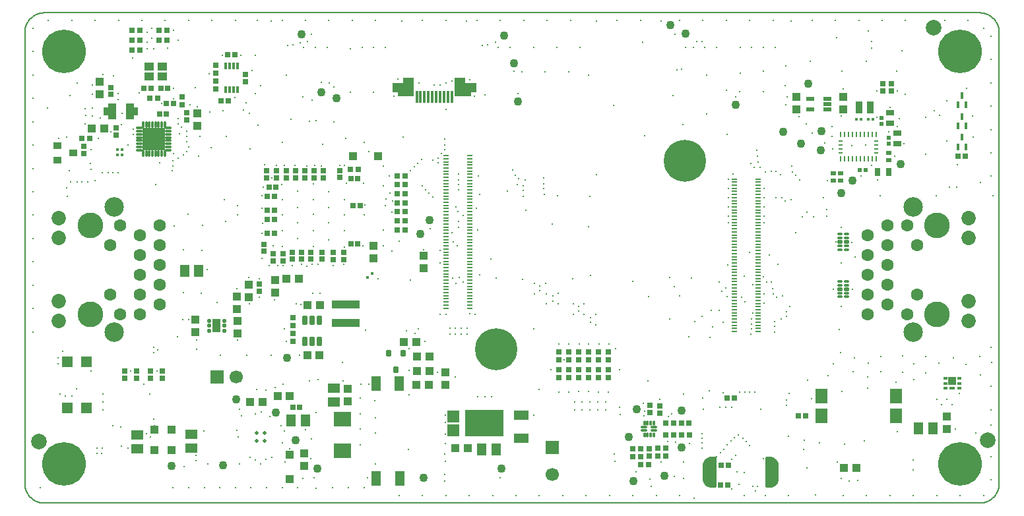
<source format=gbs>
G04*
G04 #@! TF.GenerationSoftware,Altium Limited,Altium Designer,21.2.2 (38)*
G04*
G04 Layer_Color=16711935*
%FSLAX44Y44*%
%MOMM*%
G71*
G04*
G04 #@! TF.SameCoordinates,2EB6EAD6-5C33-48E4-AA2B-E0AFE4ABDD4A*
G04*
G04*
G04 #@! TF.FilePolarity,Negative*
G04*
G01*
G75*
%ADD18C,0.1500*%
%ADD73R,0.7516X0.6516*%
%ADD80R,1.6216X1.8816*%
%ADD81R,1.0216X1.0816*%
%ADD84R,0.4000X0.9000*%
%ADD93R,1.3016X1.1016*%
G04:AMPARAMS|DCode=99|XSize=0.34mm|YSize=0.705mm|CornerRadius=0.12mm|HoleSize=0mm|Usage=FLASHONLY|Rotation=270.000|XOffset=0mm|YOffset=0mm|HoleType=Round|Shape=RoundedRectangle|*
%AMROUNDEDRECTD99*
21,1,0.3400,0.4650,0,0,270.0*
21,1,0.1000,0.7050,0,0,270.0*
1,1,0.2400,-0.2325,-0.0500*
1,1,0.2400,-0.2325,0.0500*
1,1,0.2400,0.2325,0.0500*
1,1,0.2400,0.2325,-0.0500*
%
%ADD99ROUNDEDRECTD99*%
G04:AMPARAMS|DCode=100|XSize=0.54mm|YSize=0.705mm|CornerRadius=0.12mm|HoleSize=0mm|Usage=FLASHONLY|Rotation=270.000|XOffset=0mm|YOffset=0mm|HoleType=Round|Shape=RoundedRectangle|*
%AMROUNDEDRECTD100*
21,1,0.5400,0.4650,0,0,270.0*
21,1,0.3000,0.7050,0,0,270.0*
1,1,0.2400,-0.2325,-0.1500*
1,1,0.2400,-0.2325,0.1500*
1,1,0.2400,0.2325,0.1500*
1,1,0.2400,0.2325,-0.1500*
%
%ADD100ROUNDEDRECTD100*%
%ADD101R,1.1516X1.5016*%
%ADD109R,1.5516X1.2516*%
%ADD110R,0.7216X0.7216*%
%ADD111R,1.1016X1.0016*%
%ADD112R,0.6516X0.7516*%
%ADD113R,1.3400X1.3400*%
%ADD114R,0.7216X0.7216*%
%ADD116R,1.0016X1.1016*%
G04:AMPARAMS|DCode=117|XSize=0.7016mm|YSize=1.1016mm|CornerRadius=0.1018mm|HoleSize=0mm|Usage=FLASHONLY|Rotation=0.000|XOffset=0mm|YOffset=0mm|HoleType=Round|Shape=RoundedRectangle|*
%AMROUNDEDRECTD117*
21,1,0.7016,0.8980,0,0,0.0*
21,1,0.4980,1.1016,0,0,0.0*
1,1,0.2036,0.2490,-0.4490*
1,1,0.2036,-0.2490,-0.4490*
1,1,0.2036,-0.2490,0.4490*
1,1,0.2036,0.2490,0.4490*
%
%ADD117ROUNDEDRECTD117*%
%ADD118R,0.6516X0.5516*%
%ADD122R,3.5400X1.1200*%
%ADD123C,2.0000*%
%ADD124C,1.7000*%
%ADD125R,1.7000X1.7000*%
%ADD126C,5.6016*%
%ADD128O,1.1016X0.8016*%
G04:AMPARAMS|DCode=129|XSize=1.7016mm|YSize=1.0016mm|CornerRadius=0mm|HoleSize=0mm|Usage=FLASHONLY|Rotation=225.000|XOffset=0mm|YOffset=0mm|HoleType=Round|Shape=Round|*
%AMOVALD129*
21,1,0.7000,1.0016,0.0000,0.0000,225.0*
1,1,1.0016,0.2475,0.2475*
1,1,1.0016,-0.2475,-0.2475*
%
%ADD129OVALD129*%

G04:AMPARAMS|DCode=130|XSize=1.7016mm|YSize=1.0016mm|CornerRadius=0mm|HoleSize=0mm|Usage=FLASHONLY|Rotation=135.000|XOffset=0mm|YOffset=0mm|HoleType=Round|Shape=Round|*
%AMOVALD130*
21,1,0.7000,1.0016,0.0000,0.0000,135.0*
1,1,1.0016,0.2475,-0.2475*
1,1,1.0016,-0.2475,0.2475*
%
%ADD130OVALD130*%

%ADD131R,1.7000X1.7000*%
%ADD132C,3.3016*%
%ADD133C,1.8516*%
%ADD134C,1.6016*%
%ADD135C,2.5016*%
%ADD136C,0.3080*%
%ADD137C,0.5080*%
%ADD138C,0.4000*%
%ADD203R,0.2500X0.6750*%
%ADD204R,0.5750X0.2500*%
%ADD217R,0.5350X0.4600*%
%ADD218R,1.1100X1.0600*%
%ADD219R,0.7200X0.4600*%
%ADD220C,1.1016*%
G04:AMPARAMS|DCode=221|XSize=0.59mm|YSize=0.44mm|CornerRadius=0.145mm|HoleSize=0mm|Usage=FLASHONLY|Rotation=180.000|XOffset=0mm|YOffset=0mm|HoleType=Round|Shape=RoundedRectangle|*
%AMROUNDEDRECTD221*
21,1,0.5900,0.1500,0,0,180.0*
21,1,0.3000,0.4400,0,0,180.0*
1,1,0.2900,-0.1500,0.0750*
1,1,0.2900,0.1500,0.0750*
1,1,0.2900,0.1500,-0.0750*
1,1,0.2900,-0.1500,-0.0750*
%
%ADD221ROUNDEDRECTD221*%
%ADD222R,1.1400X1.7400*%
%ADD223R,1.0000X0.5000*%
%ADD224R,1.2516X1.9016*%
%ADD225R,1.0516X1.0016*%
G04:AMPARAMS|DCode=226|XSize=0.6516mm|YSize=0.9016mm|CornerRadius=0.1003mm|HoleSize=0mm|Usage=FLASHONLY|Rotation=180.000|XOffset=0mm|YOffset=0mm|HoleType=Round|Shape=RoundedRectangle|*
%AMROUNDEDRECTD226*
21,1,0.6516,0.7010,0,0,180.0*
21,1,0.4510,0.9016,0,0,180.0*
1,1,0.2006,-0.2255,0.3505*
1,1,0.2006,0.2255,0.3505*
1,1,0.2006,0.2255,-0.3505*
1,1,0.2006,-0.2255,-0.3505*
%
%ADD226ROUNDEDRECTD226*%
%ADD227R,1.5016X1.4916*%
%ADD228R,4.9616X3.4616*%
%ADD229R,1.0016X0.9016*%
%ADD230O,0.8524X0.3524*%
%ADD231O,0.3524X0.8524*%
%ADD232R,2.8524X2.8524*%
%ADD233R,1.1016X1.1016*%
%ADD234R,1.1016X2.1016*%
%ADD235R,0.4016X0.8116*%
G04:AMPARAMS|DCode=236|XSize=0.3mm|YSize=0.6mm|CornerRadius=0.1mm|HoleSize=0mm|Usage=FLASHONLY|Rotation=180.000|XOffset=0mm|YOffset=0mm|HoleType=Round|Shape=RoundedRectangle|*
%AMROUNDEDRECTD236*
21,1,0.3000,0.4000,0,0,180.0*
21,1,0.1000,0.6000,0,0,180.0*
1,1,0.2000,-0.0500,0.2000*
1,1,0.2000,0.0500,0.2000*
1,1,0.2000,0.0500,-0.2000*
1,1,0.2000,-0.0500,-0.2000*
%
%ADD236ROUNDEDRECTD236*%
G04:AMPARAMS|DCode=237|XSize=0.3mm|YSize=0.8mm|CornerRadius=0.1mm|HoleSize=0mm|Usage=FLASHONLY|Rotation=270.000|XOffset=0mm|YOffset=0mm|HoleType=Round|Shape=RoundedRectangle|*
%AMROUNDEDRECTD237*
21,1,0.3000,0.6000,0,0,270.0*
21,1,0.1000,0.8000,0,0,270.0*
1,1,0.2000,-0.3000,-0.0500*
1,1,0.2000,-0.3000,0.0500*
1,1,0.2000,0.3000,0.0500*
1,1,0.2000,0.3000,-0.0500*
%
%ADD237ROUNDEDRECTD237*%
%ADD238R,0.8016X0.2816*%
%ADD239R,0.4066X1.5066*%
%ADD240R,1.1016X1.1016*%
%ADD241R,1.0016X0.8016*%
%ADD242R,0.6216X0.6216*%
%ADD243R,0.8016X1.0016*%
%ADD244R,0.8516X1.5016*%
%ADD245R,1.0816X1.0216*%
%ADD246R,0.4616X0.4216*%
%ADD247R,2.2606X1.8796*%
%ADD248R,1.0016X1.0516*%
%ADD249R,0.6216X0.6216*%
%ADD250R,1.9016X1.2516*%
%ADD251R,1.2516X1.5516*%
%ADD252R,1.3516X2.4016*%
%ADD253R,2.7516X1.2016*%
%ADD254R,2.0516X1.7016*%
%ADD255C,5.4000*%
G36*
X144805Y508408D02*
X144900Y508379D01*
X144989Y508332D01*
X145066Y508268D01*
X145129Y508191D01*
X145177Y508103D01*
X145206Y508007D01*
X145216Y507907D01*
Y498907D01*
X145206Y498808D01*
X145177Y498712D01*
X145129Y498624D01*
X145066Y498546D01*
X144989Y498483D01*
X144900Y498436D01*
X144805Y498407D01*
X144705Y498397D01*
X134615D01*
X134515Y498407D01*
X134420Y498436D01*
X134332Y498483D01*
X134254Y498546D01*
X134191Y498624D01*
X134143Y498712D01*
X134114Y498808D01*
X134105Y498907D01*
Y507907D01*
X134114Y508007D01*
X134143Y508103D01*
X134191Y508191D01*
X134254Y508268D01*
X134332Y508332D01*
X134420Y508379D01*
X134515Y508408D01*
X134615Y508418D01*
X144705D01*
X144805Y508408D01*
D02*
G37*
G36*
X111715D02*
X111810Y508379D01*
X111899Y508332D01*
X111976Y508268D01*
X112039Y508191D01*
X112087Y508103D01*
X112116Y508007D01*
X112126Y507907D01*
Y498907D01*
X112116Y498808D01*
X112087Y498712D01*
X112039Y498624D01*
X111976Y498546D01*
X111899Y498483D01*
X111810Y498436D01*
X111715Y498407D01*
X111615Y498397D01*
X101525D01*
X101426Y498407D01*
X101330Y498436D01*
X101242Y498483D01*
X101164Y498546D01*
X101101Y498624D01*
X101053Y498712D01*
X101024Y498808D01*
X101015Y498907D01*
Y507907D01*
X101024Y508007D01*
X101053Y508103D01*
X101101Y508191D01*
X101164Y508268D01*
X101242Y508332D01*
X101330Y508379D01*
X101426Y508408D01*
X101525Y508418D01*
X111615D01*
X111715Y508408D01*
D02*
G37*
G36*
X956826Y59490D02*
X957400Y59445D01*
X957971Y59370D01*
X958537Y59264D01*
X959097Y59130D01*
X959649Y58966D01*
X960192Y58774D01*
X960724Y58554D01*
X961244Y58306D01*
X961750Y58031D01*
X962241Y57730D01*
X962716Y57404D01*
X963173Y57053D01*
X963610Y56680D01*
X964028Y56283D01*
X964425Y55865D01*
X964799Y55427D01*
X965149Y54970D01*
X965475Y54496D01*
X965776Y54005D01*
X966051Y53499D01*
X966299Y52979D01*
X966519Y52447D01*
X966712Y51904D01*
X966875Y51352D01*
X967010Y50792D01*
X967115Y50226D01*
X967190Y49655D01*
X967235Y49081D01*
X967250Y48505D01*
Y31005D01*
X967235Y30429D01*
X967190Y29855D01*
X967115Y29284D01*
X967010Y28718D01*
X966875Y28158D01*
X966712Y27606D01*
X966519Y27063D01*
X966299Y26531D01*
X966051Y26011D01*
X965776Y25505D01*
X965475Y25014D01*
X965149Y24539D01*
X964799Y24082D01*
X964425Y23644D01*
X964028Y23227D01*
X963610Y22830D01*
X963173Y22456D01*
X962716Y22106D01*
X962241Y21779D01*
X961750Y21479D01*
X961244Y21204D01*
X960724Y20956D01*
X960192Y20735D01*
X959649Y20543D01*
X959097Y20380D01*
X958537Y20245D01*
X957971Y20140D01*
X957400Y20065D01*
X956826Y20020D01*
X956250Y20005D01*
X951750D01*
X951645Y20008D01*
X951541Y20016D01*
X951437Y20029D01*
X951334Y20049D01*
X951232Y20073D01*
X951132Y20103D01*
X951033Y20138D01*
X950937Y20178D01*
X950842Y20223D01*
X950750Y20273D01*
X950661Y20327D01*
X950574Y20387D01*
X950491Y20451D01*
X950412Y20519D01*
X950336Y20591D01*
X950264Y20667D01*
X950196Y20746D01*
X950132Y20829D01*
X950073Y20916D01*
X950018Y21005D01*
X949968Y21097D01*
X949923Y21191D01*
X949883Y21288D01*
X949848Y21387D01*
X949818Y21487D01*
X949794Y21589D01*
X949775Y21692D01*
X949761Y21796D01*
X949753Y21900D01*
X949750Y22005D01*
Y57505D01*
X949753Y57610D01*
X949761Y57714D01*
X949775Y57818D01*
X949794Y57921D01*
X949818Y58022D01*
X949848Y58123D01*
X949883Y58222D01*
X949923Y58318D01*
X949968Y58413D01*
X950018Y58505D01*
X950073Y58594D01*
X950132Y58681D01*
X950196Y58763D01*
X950264Y58843D01*
X950336Y58919D01*
X950412Y58991D01*
X950491Y59059D01*
X950574Y59123D01*
X950661Y59182D01*
X950750Y59237D01*
X950842Y59287D01*
X950937Y59332D01*
X951033Y59372D01*
X951132Y59407D01*
X951232Y59437D01*
X951334Y59461D01*
X951437Y59480D01*
X951541Y59494D01*
X951645Y59502D01*
X951750Y59505D01*
X956250D01*
X956826Y59490D01*
D02*
G37*
G36*
X885355Y59502D02*
X885459Y59494D01*
X885563Y59480D01*
X885666Y59461D01*
X885768Y59437D01*
X885868Y59407D01*
X885967Y59372D01*
X886063Y59332D01*
X886158Y59287D01*
X886250Y59237D01*
X886339Y59182D01*
X886425Y59123D01*
X886509Y59059D01*
X886588Y58991D01*
X886664Y58919D01*
X886736Y58843D01*
X886804Y58763D01*
X886868Y58681D01*
X886927Y58594D01*
X886982Y58505D01*
X887032Y58413D01*
X887077Y58318D01*
X887117Y58222D01*
X887152Y58123D01*
X887182Y58022D01*
X887206Y57921D01*
X887225Y57818D01*
X887239Y57714D01*
X887247Y57610D01*
X887250Y57505D01*
Y22005D01*
X887247Y21900D01*
X887239Y21796D01*
X887225Y21692D01*
X887206Y21589D01*
X887182Y21487D01*
X887152Y21387D01*
X887117Y21288D01*
X887077Y21191D01*
X887032Y21097D01*
X886982Y21005D01*
X886927Y20916D01*
X886868Y20829D01*
X886804Y20746D01*
X886736Y20667D01*
X886664Y20591D01*
X886588Y20519D01*
X886509Y20451D01*
X886425Y20387D01*
X886339Y20327D01*
X886250Y20273D01*
X886158Y20223D01*
X886063Y20178D01*
X885967Y20138D01*
X885868Y20103D01*
X885768Y20073D01*
X885666Y20049D01*
X885563Y20029D01*
X885459Y20016D01*
X885355Y20008D01*
X885250Y20005D01*
X880750D01*
X880174Y20020D01*
X879600Y20065D01*
X879029Y20140D01*
X878463Y20245D01*
X877903Y20380D01*
X877351Y20543D01*
X876808Y20735D01*
X876276Y20956D01*
X875756Y21204D01*
X875250Y21479D01*
X874759Y21779D01*
X874284Y22106D01*
X873827Y22456D01*
X873390Y22830D01*
X872972Y23227D01*
X872575Y23644D01*
X872201Y24082D01*
X871851Y24539D01*
X871525Y25014D01*
X871224Y25505D01*
X870949Y26011D01*
X870701Y26531D01*
X870481Y27063D01*
X870288Y27606D01*
X870125Y28158D01*
X869990Y28718D01*
X869885Y29284D01*
X869810Y29855D01*
X869765Y30429D01*
X869750Y31005D01*
Y48505D01*
X869765Y49081D01*
X869810Y49655D01*
X869885Y50226D01*
X869990Y50792D01*
X870125Y51352D01*
X870288Y51904D01*
X870481Y52447D01*
X870701Y52979D01*
X870949Y53499D01*
X871224Y54005D01*
X871525Y54496D01*
X871851Y54970D01*
X872201Y55427D01*
X872575Y55865D01*
X872972Y56283D01*
X873390Y56680D01*
X873827Y57053D01*
X874284Y57404D01*
X874759Y57730D01*
X875250Y58031D01*
X875756Y58306D01*
X876276Y58554D01*
X876808Y58774D01*
X877351Y58966D01*
X877903Y59130D01*
X878463Y59264D01*
X879029Y59370D01*
X879600Y59445D01*
X880174Y59490D01*
X880750Y59505D01*
X885250D01*
X885355Y59502D01*
D02*
G37*
D18*
X1250000Y605000D02*
X1249863Y607613D01*
X1249454Y610198D01*
X1248776Y612725D01*
X1247839Y615168D01*
X1246651Y617500D01*
X1245225Y619695D01*
X1243579Y621728D01*
X1241728Y623578D01*
X1239695Y625225D01*
X1237500Y626651D01*
X1235168Y627839D01*
X1232725Y628776D01*
X1230198Y629454D01*
X1227613Y629863D01*
X1225000Y630000D01*
Y-0D02*
X1227613Y137D01*
X1230198Y546D01*
X1232725Y1223D01*
X1235168Y2161D01*
X1237500Y3349D01*
X1239695Y4775D01*
X1241728Y6421D01*
X1243579Y8272D01*
X1245225Y10305D01*
X1246651Y12500D01*
X1247839Y14832D01*
X1248776Y17275D01*
X1249454Y19802D01*
X1249863Y22387D01*
X1250000Y25000D01*
X25000Y629950D02*
X22387Y629813D01*
X19802Y629403D01*
X17275Y628726D01*
X14832Y627788D01*
X12500Y626600D01*
X10306Y625175D01*
X8272Y623528D01*
X6421Y621678D01*
X4775Y619644D01*
X3350Y617450D01*
X2162Y615118D01*
X1224Y612675D01*
X547Y610147D01*
X137Y607563D01*
X0Y604950D01*
X0Y25000D02*
X137Y22387D01*
X546Y19802D01*
X1224Y17275D01*
X2161Y14832D01*
X3349Y12500D01*
X4775Y10305D01*
X6421Y8272D01*
X8272Y6421D01*
X10305Y4775D01*
X12500Y3349D01*
X14832Y2161D01*
X17275Y1224D01*
X19802Y546D01*
X22387Y137D01*
X25000Y0D01*
X1250000Y605440D02*
X1250000Y25000D01*
X25000Y630000D02*
X1225000Y630000D01*
X25000Y-0D02*
X1225000Y-0D01*
X-0Y25000D02*
X0Y604950D01*
D73*
X343750Y218000D02*
D03*
Y208000D02*
D03*
Y237907D02*
D03*
Y227907D02*
D03*
X1100750Y529250D02*
D03*
X736250Y184000D02*
D03*
X749000D02*
D03*
X710750D02*
D03*
X723500D02*
D03*
X698000D02*
D03*
X685250D02*
D03*
X822250Y60250D02*
D03*
X812250D02*
D03*
X201250Y522000D02*
D03*
X685350Y161500D02*
D03*
Y171500D02*
D03*
X723450Y161500D02*
D03*
Y171500D02*
D03*
X736150Y161500D02*
D03*
Y171500D02*
D03*
X748850Y161500D02*
D03*
Y171500D02*
D03*
X736250Y194000D02*
D03*
X749000D02*
D03*
X723500D02*
D03*
X710750D02*
D03*
X685250D02*
D03*
X698000D02*
D03*
X710750Y161500D02*
D03*
Y171500D02*
D03*
X698050Y161500D02*
D03*
Y171500D02*
D03*
X245097Y552422D02*
D03*
Y562422D02*
D03*
X245000Y542250D02*
D03*
Y532250D02*
D03*
X283250Y541000D02*
D03*
Y551000D02*
D03*
X75500Y458750D02*
D03*
Y448750D02*
D03*
X201250Y512000D02*
D03*
X1112000Y539250D02*
D03*
Y529250D02*
D03*
X1100750Y539250D02*
D03*
X780000Y70000D02*
D03*
Y60000D02*
D03*
X790000Y70000D02*
D03*
Y60000D02*
D03*
X812250Y70250D02*
D03*
X822250D02*
D03*
X802000Y116000D02*
D03*
Y126000D02*
D03*
D80*
X1117600Y112300D02*
D03*
X1022400D02*
D03*
Y137700D02*
D03*
X1117600D02*
D03*
D81*
X335770Y288610D02*
D03*
X351570D02*
D03*
D84*
X272500Y531000D02*
D03*
X267500D02*
D03*
X262500D02*
D03*
X257500D02*
D03*
X272500Y562000D02*
D03*
X267500D02*
D03*
X257500D02*
D03*
X262500D02*
D03*
D93*
X159166Y560848D02*
D03*
X176166Y547848D02*
D03*
X159166D02*
D03*
X176166Y560848D02*
D03*
D99*
X1045825Y325500D02*
D03*
Y330500D02*
D03*
Y340500D02*
D03*
Y345500D02*
D03*
X1054175D02*
D03*
Y340500D02*
D03*
Y330500D02*
D03*
Y325500D02*
D03*
Y265000D02*
D03*
Y270000D02*
D03*
Y280000D02*
D03*
Y285000D02*
D03*
X1045825D02*
D03*
Y280000D02*
D03*
Y270000D02*
D03*
Y265000D02*
D03*
D100*
X1054175Y335500D02*
D03*
X1045825D02*
D03*
Y275000D02*
D03*
X1054175D02*
D03*
D101*
X1165500Y96000D02*
D03*
X1146500D02*
D03*
X360134Y105904D02*
D03*
X341134D02*
D03*
X605000Y69250D02*
D03*
X586000D02*
D03*
D109*
X396500Y129750D02*
D03*
Y147750D02*
D03*
X144000Y88000D02*
D03*
Y70000D02*
D03*
X213500Y88750D02*
D03*
Y70750D02*
D03*
D110*
X313223Y406085D02*
D03*
X322223D02*
D03*
X174166Y532848D02*
D03*
X183166D02*
D03*
X427250Y417000D02*
D03*
X418250D02*
D03*
X429979Y382644D02*
D03*
X420979D02*
D03*
X427051Y333481D02*
D03*
X418051D02*
D03*
X909879Y134823D02*
D03*
X893289Y48250D02*
D03*
X892815Y23412D02*
D03*
X260000Y575750D02*
D03*
X251936Y517127D02*
D03*
X152666Y532848D02*
D03*
X190250Y513500D02*
D03*
X181500Y499750D02*
D03*
X320000Y346362D02*
D03*
Y364514D02*
D03*
Y394252D02*
D03*
Y376465D02*
D03*
X161666Y532848D02*
D03*
X902290Y48250D02*
D03*
X901815Y23412D02*
D03*
X269000Y575750D02*
D03*
X260935Y517127D02*
D03*
X172500Y499750D02*
D03*
X181250Y513500D02*
D03*
X352730Y123000D02*
D03*
X343730D02*
D03*
X900879Y134823D02*
D03*
X311000Y394252D02*
D03*
Y346362D02*
D03*
Y364514D02*
D03*
Y376465D02*
D03*
D111*
X447433Y330342D02*
D03*
Y314342D02*
D03*
X414000Y146750D02*
D03*
Y130750D02*
D03*
X989750Y522001D02*
D03*
Y506001D02*
D03*
X1049750D02*
D03*
Y522001D02*
D03*
X320809Y286227D02*
D03*
Y270226D02*
D03*
X221000Y484750D02*
D03*
X96150Y541087D02*
D03*
X218285Y219365D02*
D03*
X272529Y218149D02*
D03*
X287500Y264500D02*
D03*
X358000Y63750D02*
D03*
Y47750D02*
D03*
X221000Y500750D02*
D03*
X511750Y301500D02*
D03*
Y317500D02*
D03*
X96150Y525087D02*
D03*
X272529Y234149D02*
D03*
X218285Y235365D02*
D03*
X539480Y168000D02*
D03*
Y152000D02*
D03*
X1183000Y95000D02*
D03*
Y111000D02*
D03*
X287500Y280500D02*
D03*
D112*
X160500Y520500D02*
D03*
X170500D02*
D03*
X417750Y428500D02*
D03*
X427750D02*
D03*
X800250Y49250D02*
D03*
X487500Y397500D02*
D03*
Y385917D02*
D03*
Y420667D02*
D03*
Y409083D02*
D03*
Y362750D02*
D03*
Y351167D02*
D03*
Y374333D02*
D03*
X72884Y468712D02*
D03*
X82884D02*
D03*
X477500Y351167D02*
D03*
Y385917D02*
D03*
Y362750D02*
D03*
Y374333D02*
D03*
Y397500D02*
D03*
Y409083D02*
D03*
Y420667D02*
D03*
X992000Y112000D02*
D03*
X1002000D02*
D03*
X1207000Y446000D02*
D03*
X1197000D02*
D03*
X137500Y581750D02*
D03*
X147500D02*
D03*
X137500Y594625D02*
D03*
X147500D02*
D03*
X137500Y607500D02*
D03*
X147500D02*
D03*
X182000Y607250D02*
D03*
X172000D02*
D03*
X182000Y594375D02*
D03*
X172000D02*
D03*
X832250Y103250D02*
D03*
X822250D02*
D03*
X832500Y87250D02*
D03*
X822500D02*
D03*
X842500D02*
D03*
X852500D02*
D03*
X842250Y103250D02*
D03*
X852250D02*
D03*
X790250Y49250D02*
D03*
D113*
X53995Y122165D02*
D03*
X78995D02*
D03*
Y181166D02*
D03*
X53995D02*
D03*
D114*
X801250Y60750D02*
D03*
Y69750D02*
D03*
X176500Y169627D02*
D03*
Y160627D02*
D03*
X161100Y169627D02*
D03*
Y160627D02*
D03*
X143500Y169508D02*
D03*
Y160508D02*
D03*
X128100D02*
D03*
Y169508D02*
D03*
X359124Y426981D02*
D03*
Y417981D02*
D03*
X318398Y311208D02*
D03*
Y320207D02*
D03*
X347500Y418000D02*
D03*
Y427000D02*
D03*
X383065Y426992D02*
D03*
Y417992D02*
D03*
X404023Y427520D02*
D03*
Y418520D02*
D03*
X815000Y124500D02*
D03*
X207500Y492500D02*
D03*
X109807Y534210D02*
D03*
X116574Y481857D02*
D03*
X370889Y418037D02*
D03*
X395457Y322119D02*
D03*
X355232Y322519D02*
D03*
X367008D02*
D03*
X330881Y320207D02*
D03*
X409231Y321911D02*
D03*
X381068Y322319D02*
D03*
X342820Y322340D02*
D03*
X322500Y418000D02*
D03*
X335000D02*
D03*
X310000D02*
D03*
X306423Y332566D02*
D03*
X300852Y272490D02*
D03*
X207500Y501500D02*
D03*
X109807Y525210D02*
D03*
X116574Y472857D02*
D03*
X409231Y312911D02*
D03*
X381068Y313319D02*
D03*
X330881Y311208D02*
D03*
X355232Y313519D02*
D03*
X367008D02*
D03*
X395457Y313119D02*
D03*
X306423Y323566D02*
D03*
X335000Y427000D02*
D03*
X300852Y281490D02*
D03*
X342820Y313340D02*
D03*
X370889Y427037D02*
D03*
X310000Y427000D02*
D03*
X322500D02*
D03*
X815000Y115500D02*
D03*
D116*
X362278Y254676D02*
D03*
X378278D02*
D03*
X378146Y189676D02*
D03*
X362146D02*
D03*
X1050582Y45000D02*
D03*
X85881Y481692D02*
D03*
X502730Y169750D02*
D03*
X101881Y481692D02*
D03*
X1066582Y45000D02*
D03*
X486506Y207000D02*
D03*
X502506D02*
D03*
X339980Y137500D02*
D03*
X323980D02*
D03*
X305230Y129750D02*
D03*
X289230D02*
D03*
X518980Y188250D02*
D03*
X502980D02*
D03*
X518730Y169750D02*
D03*
X518480Y152250D02*
D03*
X502480D02*
D03*
X568549Y70241D02*
D03*
X552549D02*
D03*
D117*
X358778Y235176D02*
D03*
X368278D02*
D03*
X377778D02*
D03*
Y207676D02*
D03*
X368278D02*
D03*
X358778D02*
D03*
D118*
X1108500Y449750D02*
D03*
Y440750D02*
D03*
X1037000Y423500D02*
D03*
Y414500D02*
D03*
X1046750Y423500D02*
D03*
Y414500D02*
D03*
D122*
X411698Y255569D02*
D03*
Y231869D02*
D03*
D123*
X18250Y79250D02*
D03*
X1235000Y81000D02*
D03*
X1166250Y611000D02*
D03*
D124*
X271230Y162250D02*
D03*
X677000Y36500D02*
D03*
D125*
X246230Y162250D02*
D03*
D126*
X50000Y580000D02*
D03*
X1200000D02*
D03*
Y50000D02*
D03*
X50000D02*
D03*
D128*
X880750Y39755D02*
D03*
X956250D02*
D03*
D129*
X878550Y50755D02*
D03*
X958450Y28755D02*
D03*
D130*
X878550D02*
D03*
X958450Y50755D02*
D03*
D131*
X677000Y71500D02*
D03*
D132*
X1170000Y242850D02*
D03*
Y357150D02*
D03*
X83593D02*
D03*
Y242850D02*
D03*
D133*
X1210600Y233700D02*
D03*
Y259100D02*
D03*
Y340900D02*
D03*
Y366300D02*
D03*
X42993D02*
D03*
Y340900D02*
D03*
Y259100D02*
D03*
Y233700D02*
D03*
D134*
X1131700Y242850D02*
D03*
X1144400Y268250D02*
D03*
Y331750D02*
D03*
X1131700Y357150D02*
D03*
X1081100Y242850D02*
D03*
Y268250D02*
D03*
Y293650D02*
D03*
Y319050D02*
D03*
Y344450D02*
D03*
X1106500Y357150D02*
D03*
Y331750D02*
D03*
Y306350D02*
D03*
Y280950D02*
D03*
Y255550D02*
D03*
X121892Y357150D02*
D03*
X109192Y331750D02*
D03*
Y268250D02*
D03*
X121892Y242850D02*
D03*
X172493Y357150D02*
D03*
Y331750D02*
D03*
Y306350D02*
D03*
Y280950D02*
D03*
Y255550D02*
D03*
X147093Y242850D02*
D03*
Y268250D02*
D03*
Y293650D02*
D03*
Y319050D02*
D03*
Y344450D02*
D03*
D135*
X1139500Y219355D02*
D03*
Y380645D02*
D03*
X114093D02*
D03*
Y219355D02*
D03*
D136*
X86867Y537237D02*
D03*
X833196Y278078D02*
D03*
X890799Y283981D02*
D03*
X854846Y289332D02*
D03*
X1042191Y53208D02*
D03*
X880738Y247537D02*
D03*
X895500Y232500D02*
D03*
X827358Y290142D02*
D03*
X882500Y226250D02*
D03*
X1048651Y143605D02*
D03*
X1080915Y147556D02*
D03*
X1141000Y159000D02*
D03*
X1139711Y42788D02*
D03*
X1003750Y44844D02*
D03*
X1047668Y32122D02*
D03*
X1068457Y29584D02*
D03*
X947968Y290544D02*
D03*
X955475Y318587D02*
D03*
X929662Y321814D02*
D03*
X99436Y424443D02*
D03*
X58770Y412433D02*
D03*
X80733Y412297D02*
D03*
X660500Y272612D02*
D03*
X1226000Y165000D02*
D03*
X1225000Y188000D02*
D03*
X1207251Y178045D02*
D03*
X1191000Y187000D02*
D03*
X1172900Y179568D02*
D03*
X1156000Y188000D02*
D03*
Y167000D02*
D03*
X1140934Y179066D02*
D03*
X1126000Y189000D02*
D03*
Y168000D02*
D03*
X1098000Y169000D02*
D03*
Y188000D02*
D03*
X1082000Y180000D02*
D03*
X1081657Y162260D02*
D03*
X1063000Y169000D02*
D03*
X1064000Y187000D02*
D03*
X324675Y305610D02*
D03*
X360164Y94121D02*
D03*
X1072563Y420631D02*
D03*
X219105Y54771D02*
D03*
Y61358D02*
D03*
X233895Y299786D02*
D03*
X1208372Y532681D02*
D03*
X229489Y92788D02*
D03*
X511714Y325748D02*
D03*
X288745Y455104D02*
D03*
X470952Y373982D02*
D03*
X748814Y142675D02*
D03*
X538585Y27915D02*
D03*
X538539Y37035D02*
D03*
X538991Y62730D02*
D03*
X287670Y255742D02*
D03*
X375803Y306724D02*
D03*
X435395Y463911D02*
D03*
X411686Y468947D02*
D03*
X122855Y98175D02*
D03*
X112522Y99602D02*
D03*
X123943Y73294D02*
D03*
X132304Y70711D02*
D03*
X190000Y20000D02*
D03*
X210000D02*
D03*
X204000Y47000D02*
D03*
X277810Y112293D02*
D03*
X356774Y32008D02*
D03*
X373200Y491253D02*
D03*
X403782Y434082D02*
D03*
X410221Y433623D02*
D03*
X295278Y114331D02*
D03*
X275130Y120798D02*
D03*
X328480Y99142D02*
D03*
X376391Y158979D02*
D03*
X308881Y145539D02*
D03*
X297480Y145665D02*
D03*
X275000Y50000D02*
D03*
X235000D02*
D03*
X230000Y20000D02*
D03*
X250000D02*
D03*
X270000D02*
D03*
X290000D02*
D03*
X310000D02*
D03*
X330000D02*
D03*
X350000D02*
D03*
X373480Y19317D02*
D03*
X395000Y20000D02*
D03*
X415000D02*
D03*
X450000Y50000D02*
D03*
X435000Y20000D02*
D03*
X430000Y95000D02*
D03*
Y75000D02*
D03*
X450000Y90000D02*
D03*
Y110000D02*
D03*
X430000Y115000D02*
D03*
X448500Y131750D02*
D03*
X430000Y135000D02*
D03*
X189250Y426759D02*
D03*
X503712Y436212D02*
D03*
X963353Y426561D02*
D03*
X957384D02*
D03*
X833768Y602011D02*
D03*
X723000Y549750D02*
D03*
X874750Y550250D02*
D03*
X571183Y543836D02*
D03*
X975250Y536000D02*
D03*
X1008000Y567500D02*
D03*
X1003000Y487500D02*
D03*
X1035500Y484000D02*
D03*
X1086178Y433691D02*
D03*
X1065500Y315847D02*
D03*
X1119000Y92000D02*
D03*
X979773Y85784D02*
D03*
X763000Y122750D02*
D03*
X756750Y53500D02*
D03*
X165500Y583750D02*
D03*
X211429Y511373D02*
D03*
X224750Y471000D02*
D03*
X222398Y445642D02*
D03*
X288000Y500750D02*
D03*
X335750Y549500D02*
D03*
X380244Y540682D02*
D03*
X478091Y544484D02*
D03*
X581961Y420085D02*
D03*
X1093750Y415000D02*
D03*
X1155750Y495750D02*
D03*
X1129250Y525250D02*
D03*
X1041250Y598250D02*
D03*
X908600Y422898D02*
D03*
X976101Y511935D02*
D03*
X1078750Y459750D02*
D03*
X1060750Y459500D02*
D03*
X923000Y291500D02*
D03*
X966500Y307000D02*
D03*
X1139750Y55817D02*
D03*
X1004258Y157777D02*
D03*
X1077000Y80000D02*
D03*
X1051500Y76000D02*
D03*
X852981Y76847D02*
D03*
X675000Y171000D02*
D03*
X757500Y198250D02*
D03*
X799000Y156750D02*
D03*
X491750Y69250D02*
D03*
X492761Y139469D02*
D03*
X512966Y207692D02*
D03*
X237000Y502500D02*
D03*
X239027Y456493D02*
D03*
X209000Y371500D02*
D03*
X89869Y414705D02*
D03*
X167625Y409147D02*
D03*
X341500Y493000D02*
D03*
X540250Y506250D02*
D03*
X505250Y539750D02*
D03*
X302166Y536334D02*
D03*
X844500Y486000D02*
D03*
X795000Y472250D02*
D03*
X755000Y511250D02*
D03*
X976750Y562000D02*
D03*
X1125250Y581000D02*
D03*
X1226000Y411500D02*
D03*
X1169250Y395000D02*
D03*
X1097750Y394750D02*
D03*
X1044750Y222750D02*
D03*
X1037166Y179358D02*
D03*
X1030500Y163500D02*
D03*
X980327Y141325D02*
D03*
X1019500Y77750D02*
D03*
X845321Y31532D02*
D03*
X845500Y53000D02*
D03*
X845250Y140500D02*
D03*
X726000Y292750D02*
D03*
X333000Y224250D02*
D03*
X437250Y222500D02*
D03*
X494500Y286750D02*
D03*
X227500Y357000D02*
D03*
X246750Y258000D02*
D03*
X220000Y197250D02*
D03*
X251000Y189750D02*
D03*
X284250D02*
D03*
X316250D02*
D03*
X877997Y144311D02*
D03*
X659378Y146180D02*
D03*
X652747Y224168D02*
D03*
X519675Y352341D02*
D03*
X485333Y469990D02*
D03*
X576729Y522549D02*
D03*
X473542Y522791D02*
D03*
X381558Y461269D02*
D03*
X396500Y490000D02*
D03*
X368810Y517348D02*
D03*
X218250Y534000D02*
D03*
X258500Y471000D02*
D03*
X440961Y451869D02*
D03*
X459996Y351207D02*
D03*
X468282Y398434D02*
D03*
X459967Y407599D02*
D03*
X453000Y288000D02*
D03*
X489250Y221750D02*
D03*
X195436Y213865D02*
D03*
X191593Y356177D02*
D03*
X547500Y542500D02*
D03*
X683750Y394750D02*
D03*
X725000Y394500D02*
D03*
X733750Y422250D02*
D03*
X723000Y355000D02*
D03*
X677000Y358250D02*
D03*
X643000Y376000D02*
D03*
X619250Y400750D02*
D03*
X581000Y350500D02*
D03*
X597750Y314000D02*
D03*
X583250Y293750D02*
D03*
X605000Y288750D02*
D03*
X638500Y287750D02*
D03*
X703250Y288500D02*
D03*
X859750Y233000D02*
D03*
X780000Y284750D02*
D03*
X800500Y265250D02*
D03*
X827500Y237000D02*
D03*
X851750Y213750D02*
D03*
X732205Y228731D02*
D03*
X902198Y306061D02*
D03*
X989011Y347425D02*
D03*
X1047407Y354246D02*
D03*
X1047250Y252750D02*
D03*
X900250Y530000D02*
D03*
X874750Y500000D02*
D03*
X900750Y473500D02*
D03*
X878750Y213000D02*
D03*
X900922Y265569D02*
D03*
X839750Y266250D02*
D03*
X1241925Y394889D02*
D03*
X1240000Y200000D02*
D03*
X858716Y6510D02*
D03*
X840000Y10000D02*
D03*
X810000D02*
D03*
X833000Y34000D02*
D03*
X802255Y30593D02*
D03*
X803220Y21892D02*
D03*
X780000Y10000D02*
D03*
X750000D02*
D03*
X720000D02*
D03*
X690000D02*
D03*
X660000D02*
D03*
X630000D02*
D03*
X600000D02*
D03*
X570000D02*
D03*
X540000D02*
D03*
X510000D02*
D03*
X480000D02*
D03*
X923212Y9327D02*
D03*
X950000Y10000D02*
D03*
X980000D02*
D03*
X1050000D02*
D03*
X1080000D02*
D03*
X1110000D02*
D03*
X1140000D02*
D03*
X1170000D02*
D03*
X1200000D02*
D03*
X1230000D02*
D03*
X1240000Y30000D02*
D03*
Y60000D02*
D03*
X1220000Y90000D02*
D03*
X1240000Y100000D02*
D03*
Y120000D02*
D03*
Y150000D02*
D03*
X1240284Y181109D02*
D03*
X1240000Y420000D02*
D03*
Y450000D02*
D03*
Y480000D02*
D03*
Y510000D02*
D03*
Y540000D02*
D03*
Y570000D02*
D03*
Y600000D02*
D03*
X1230000Y610000D02*
D03*
X1210000Y620000D02*
D03*
X1180000D02*
D03*
X1130000D02*
D03*
X1100000D02*
D03*
X1070000D02*
D03*
X1040000D02*
D03*
X1010000D02*
D03*
X960000D02*
D03*
X930000D02*
D03*
X900000D02*
D03*
X870000D02*
D03*
X840000D02*
D03*
X790000D02*
D03*
X760000D02*
D03*
X700000D02*
D03*
X670000D02*
D03*
X640000D02*
D03*
X610000D02*
D03*
X580000D02*
D03*
X540000D02*
D03*
X510000D02*
D03*
X450000D02*
D03*
X420000D02*
D03*
X390000D02*
D03*
X360000D02*
D03*
X330000D02*
D03*
X298500Y620053D02*
D03*
X270000Y620000D02*
D03*
X240000D02*
D03*
X210000D02*
D03*
X180000D02*
D03*
X150000D02*
D03*
X120000D02*
D03*
X90000D02*
D03*
X60000D02*
D03*
X30000D02*
D03*
X10000Y610000D02*
D03*
Y580000D02*
D03*
Y550000D02*
D03*
Y520000D02*
D03*
Y490000D02*
D03*
Y460000D02*
D03*
Y430000D02*
D03*
Y400000D02*
D03*
Y370000D02*
D03*
Y340000D02*
D03*
Y310000D02*
D03*
Y280000D02*
D03*
Y250000D02*
D03*
Y220000D02*
D03*
X20000Y20000D02*
D03*
X302574Y50085D02*
D03*
X333763Y52989D02*
D03*
X330755Y153118D02*
D03*
X408413Y156677D02*
D03*
X365287Y156603D02*
D03*
X439184Y32250D02*
D03*
X431094Y152538D02*
D03*
X441520Y152986D02*
D03*
X407486Y180580D02*
D03*
X913847Y40000D02*
D03*
X923154Y39510D02*
D03*
X961746Y219841D02*
D03*
X869100Y239967D02*
D03*
X378955Y269592D02*
D03*
X369500Y269750D02*
D03*
X964475Y264482D02*
D03*
X960255Y268702D02*
D03*
X961750Y227281D02*
D03*
Y233250D02*
D03*
X629529Y421120D02*
D03*
X633750Y416899D02*
D03*
X988880Y421112D02*
D03*
X984659Y425332D02*
D03*
X939525Y445552D02*
D03*
X939152Y453698D02*
D03*
X1025913Y462836D02*
D03*
X1035413Y471357D02*
D03*
X1036586Y455128D02*
D03*
X1010148Y475543D02*
D03*
X964017Y392699D02*
D03*
X653371Y269071D02*
D03*
X653539Y282091D02*
D03*
X703539Y255870D02*
D03*
X703795Y242462D02*
D03*
X732461Y242139D02*
D03*
X717461Y255870D02*
D03*
X717205Y242462D02*
D03*
X684205Y255962D02*
D03*
X684461Y269370D02*
D03*
X669004Y256090D02*
D03*
X668546Y282147D02*
D03*
X668738Y269041D02*
D03*
X983404Y389562D02*
D03*
X993804Y415474D02*
D03*
X984076Y433121D02*
D03*
X969313Y421829D02*
D03*
X949766Y425716D02*
D03*
X538554Y467905D02*
D03*
X508724Y441208D02*
D03*
X494875Y426797D02*
D03*
X665901Y417793D02*
D03*
X666048Y396689D02*
D03*
X639476Y394231D02*
D03*
X632157Y409304D02*
D03*
X626000Y428000D02*
D03*
X641643Y415661D02*
D03*
X298871Y485951D02*
D03*
X1061349Y335072D02*
D03*
X1183000Y517000D02*
D03*
Y465000D02*
D03*
X1155421Y448422D02*
D03*
X1109773Y508302D02*
D03*
X993250Y496757D02*
D03*
X1047571Y497514D02*
D03*
X1062000Y274758D02*
D03*
X1037194Y274695D02*
D03*
X816000Y53000D02*
D03*
X815000Y133000D02*
D03*
X691536Y183966D02*
D03*
X459917Y330742D02*
D03*
X123466Y486571D02*
D03*
X132369Y459793D02*
D03*
X139302Y480164D02*
D03*
X139323Y474068D02*
D03*
X109982Y476945D02*
D03*
X352041Y189676D02*
D03*
X347792Y255731D02*
D03*
X353959Y255602D02*
D03*
X272529Y209892D02*
D03*
X220392Y209608D02*
D03*
X245785Y222865D02*
D03*
Y232865D02*
D03*
X492980Y170375D02*
D03*
X944525Y120766D02*
D03*
X1047432Y308757D02*
D03*
X1028750Y368750D02*
D03*
X1029250Y376750D02*
D03*
X1040618Y335613D02*
D03*
X1014291Y10600D02*
D03*
X970093Y236481D02*
D03*
X981108Y252836D02*
D03*
X957359Y284250D02*
D03*
X951390D02*
D03*
X923548Y258367D02*
D03*
X919484Y264173D02*
D03*
X893824Y272215D02*
D03*
X627500Y554750D02*
D03*
X632500Y526431D02*
D03*
X165962Y99750D02*
D03*
X165000Y107758D02*
D03*
X160976Y84660D02*
D03*
X155973Y88907D02*
D03*
X160000Y140000D02*
D03*
X152500Y152500D02*
D03*
X170375Y196729D02*
D03*
X164874Y200126D02*
D03*
Y193140D02*
D03*
X169048Y169438D02*
D03*
X135336Y169578D02*
D03*
X66495Y146665D02*
D03*
X48229Y195419D02*
D03*
X42739Y186963D02*
D03*
X85200Y169500D02*
D03*
X51953Y137796D02*
D03*
X44796Y140376D02*
D03*
X60348Y137680D02*
D03*
X100000Y120000D02*
D03*
Y130000D02*
D03*
X99953Y140047D02*
D03*
X42495Y178859D02*
D03*
X1049750Y532250D02*
D03*
X977999Y522001D02*
D03*
X138000Y572250D02*
D03*
X94088Y468425D02*
D03*
X84750Y454000D02*
D03*
X124477Y501031D02*
D03*
X269012Y520796D02*
D03*
X254527Y504064D02*
D03*
X284000Y514000D02*
D03*
X236197Y551455D02*
D03*
X253105Y575129D02*
D03*
X146921Y527103D02*
D03*
X113879Y549036D02*
D03*
X119442Y525815D02*
D03*
Y518610D02*
D03*
X175250Y513500D02*
D03*
X361285Y432981D02*
D03*
X365356Y490715D02*
D03*
X470894Y324178D02*
D03*
X209715Y235512D02*
D03*
X202865Y235365D02*
D03*
X552500Y162500D02*
D03*
X705000Y120000D02*
D03*
Y130000D02*
D03*
X715000Y120000D02*
D03*
Y130000D02*
D03*
X725000Y120000D02*
D03*
Y130000D02*
D03*
X735000Y120000D02*
D03*
Y130000D02*
D03*
X745000Y120000D02*
D03*
Y130000D02*
D03*
X870000Y135000D02*
D03*
X795067Y118344D02*
D03*
X907250Y122750D02*
D03*
X899250D02*
D03*
X891250D02*
D03*
X977500Y132500D02*
D03*
Y125306D02*
D03*
X792500Y592500D02*
D03*
X396714Y534630D02*
D03*
X390787Y540047D02*
D03*
X291168Y556078D02*
D03*
X356163Y521834D02*
D03*
X295318Y575698D02*
D03*
X280500Y504750D02*
D03*
X1025000Y392500D02*
D03*
X762600Y171500D02*
D03*
X1119380Y483878D02*
D03*
X1128000Y462000D02*
D03*
X532500Y537500D02*
D03*
X917513Y552446D02*
D03*
X870250Y120250D02*
D03*
X434444Y410825D02*
D03*
X462481Y382508D02*
D03*
X463258Y390724D02*
D03*
X471661Y388435D02*
D03*
X467194Y420743D02*
D03*
X318398Y330861D02*
D03*
X320050Y261304D02*
D03*
X300943Y264833D02*
D03*
X272076Y275730D02*
D03*
X287500Y290000D02*
D03*
X272777Y370553D02*
D03*
X272951Y381821D02*
D03*
X435000Y370000D02*
D03*
X300935Y288420D02*
D03*
X1216035Y497183D02*
D03*
X1216395Y470113D02*
D03*
X1046583Y193140D02*
D03*
X1117512Y155511D02*
D03*
X1189323Y126760D02*
D03*
X1170612Y133560D02*
D03*
X1176362Y126258D02*
D03*
X1182751Y133697D02*
D03*
X539470Y113264D02*
D03*
X539222Y103968D02*
D03*
X539542Y53568D02*
D03*
X98594Y63976D02*
D03*
X92309Y64181D02*
D03*
X99109Y70363D02*
D03*
X92052Y70621D02*
D03*
X1199302Y141000D02*
D03*
X295250Y55603D02*
D03*
X370732Y32250D02*
D03*
X366380Y57108D02*
D03*
X288458Y58900D02*
D03*
X316447Y59000D02*
D03*
X309500Y56000D02*
D03*
X343248Y305305D02*
D03*
X313750Y305500D02*
D03*
X500694Y218027D02*
D03*
X505086Y224198D02*
D03*
X493112Y198331D02*
D03*
X335250Y207500D02*
D03*
X316551Y418132D02*
D03*
X305754Y406024D02*
D03*
X346144Y434130D02*
D03*
X257839Y361723D02*
D03*
X255900Y390004D02*
D03*
X54000Y394500D02*
D03*
X53598Y405190D02*
D03*
X1195470Y406133D02*
D03*
X1186255D02*
D03*
X549576Y335486D02*
D03*
X409231Y306911D02*
D03*
X479895Y336640D02*
D03*
X436473Y382798D02*
D03*
X460205Y432771D02*
D03*
X332809Y434195D02*
D03*
X369981Y371269D02*
D03*
X410150Y328880D02*
D03*
X412323Y410969D02*
D03*
X409979Y390144D02*
D03*
X410000Y370000D02*
D03*
Y350000D02*
D03*
X389353Y338353D02*
D03*
X390000Y360000D02*
D03*
Y380000D02*
D03*
Y400000D02*
D03*
X370000Y410000D02*
D03*
Y390000D02*
D03*
Y350000D02*
D03*
Y330000D02*
D03*
X350000Y340000D02*
D03*
Y360000D02*
D03*
Y401040D02*
D03*
Y380000D02*
D03*
X329209Y409616D02*
D03*
X330000Y390000D02*
D03*
Y370000D02*
D03*
Y350000D02*
D03*
Y330000D02*
D03*
X322364Y433912D02*
D03*
X307500Y435000D02*
D03*
X380420Y433302D02*
D03*
X371802Y433893D02*
D03*
X433848Y330774D02*
D03*
X395504Y305415D02*
D03*
X361446Y304003D02*
D03*
X354942Y306708D02*
D03*
X368072Y306647D02*
D03*
X331100Y305035D02*
D03*
X303685Y314252D02*
D03*
X304154Y346568D02*
D03*
Y394568D02*
D03*
X303833Y378835D02*
D03*
X304755Y359415D02*
D03*
X86670Y507518D02*
D03*
X86670Y497499D02*
D03*
X77653Y497888D02*
D03*
X96278Y494992D02*
D03*
X77500Y507085D02*
D03*
Y487500D02*
D03*
X330707Y463191D02*
D03*
X316317Y619472D02*
D03*
X483317D02*
D03*
X983317D02*
D03*
X816317D02*
D03*
X733317Y619472D02*
D03*
X566317D02*
D03*
X540000Y540000D02*
D03*
X525000Y537500D02*
D03*
X343643Y588444D02*
D03*
X337210Y588356D02*
D03*
X357500Y585500D02*
D03*
X353545Y591180D02*
D03*
X593643Y588444D02*
D03*
X587210Y588356D02*
D03*
X603962Y592344D02*
D03*
X842791Y557144D02*
D03*
X836357Y557056D02*
D03*
X1118299Y554787D02*
D03*
X1173250Y498529D02*
D03*
X1119178Y529250D02*
D03*
X1093196Y529196D02*
D03*
X1048192Y554900D02*
D03*
X1079734Y567450D02*
D03*
X1029279Y414500D02*
D03*
X554482Y330832D02*
D03*
X1011500Y368000D02*
D03*
X1122000Y494000D02*
D03*
X1086000Y593000D02*
D03*
X1081758Y606897D02*
D03*
X1086000Y585000D02*
D03*
X1166751Y504523D02*
D03*
X1196844Y435000D02*
D03*
X756000Y63000D02*
D03*
X936419Y142603D02*
D03*
X763597Y113466D02*
D03*
X784024Y40112D02*
D03*
X793405Y128378D02*
D03*
X830008Y115006D02*
D03*
X825258Y111185D02*
D03*
X834817Y77939D02*
D03*
X793889Y112104D02*
D03*
X652750Y113250D02*
D03*
X610131Y32250D02*
D03*
X869230Y89585D02*
D03*
Y70484D02*
D03*
X930056Y74452D02*
D03*
X915551Y87994D02*
D03*
X947422Y56994D02*
D03*
X937240Y15422D02*
D03*
X934149Y21415D02*
D03*
X940337Y21446D02*
D03*
X907314Y18438D02*
D03*
X916059Y23988D02*
D03*
X887780Y59756D02*
D03*
X901263Y74615D02*
D03*
X907249Y56053D02*
D03*
X911982Y61005D02*
D03*
X824758Y79358D02*
D03*
X1009000Y134000D02*
D03*
X1194000Y95000D02*
D03*
X999258Y69316D02*
D03*
X999791Y80563D02*
D03*
X1058000Y28000D02*
D03*
X929680Y142443D02*
D03*
X923711D02*
D03*
X917030Y142429D02*
D03*
X896000Y142000D02*
D03*
X567500Y217500D02*
D03*
Y225000D02*
D03*
X560000Y217500D02*
D03*
Y225000D02*
D03*
X552500Y217500D02*
D03*
Y225000D02*
D03*
X545000Y217500D02*
D03*
Y225000D02*
D03*
X570716Y242990D02*
D03*
X540393Y242561D02*
D03*
X577817Y242956D02*
D03*
X599014Y136826D02*
D03*
X589859Y136929D02*
D03*
X581250Y137000D02*
D03*
X539470Y88664D02*
D03*
Y76637D02*
D03*
X321000Y148750D02*
D03*
X533000Y242810D02*
D03*
X553125Y282750D02*
D03*
X557631Y289760D02*
D03*
X562016Y284027D02*
D03*
X549000Y289118D02*
D03*
X685350Y204500D02*
D03*
X698100D02*
D03*
X711250D02*
D03*
X736350D02*
D03*
X749009D02*
D03*
X723600D02*
D03*
X373480Y116167D02*
D03*
X367750Y82250D02*
D03*
X314458Y111150D02*
D03*
X333250Y92500D02*
D03*
X339815Y69909D02*
D03*
X272313Y93375D02*
D03*
X273500Y85000D02*
D03*
X203149Y270276D02*
D03*
X226385Y270000D02*
D03*
X226750Y325000D02*
D03*
X962500Y585500D02*
D03*
X1093079Y495839D02*
D03*
X947500Y585500D02*
D03*
X917500D02*
D03*
X932500D02*
D03*
X947500Y554995D02*
D03*
X947599Y528982D02*
D03*
X917074Y528790D02*
D03*
X1108528Y477180D02*
D03*
X712500Y585500D02*
D03*
X887500Y585500D02*
D03*
X872500D02*
D03*
X857500D02*
D03*
X682500Y585500D02*
D03*
X652500D02*
D03*
X607500D02*
D03*
X622500D02*
D03*
X697500Y554287D02*
D03*
X903000Y416330D02*
D03*
X667500Y554287D02*
D03*
X637500Y554277D02*
D03*
X556305Y422500D02*
D03*
X948493Y404500D02*
D03*
Y392500D02*
D03*
Y380500D02*
D03*
X948000Y368330D02*
D03*
X959750Y275500D02*
D03*
X948000Y360182D02*
D03*
X903000Y404330D02*
D03*
Y392330D02*
D03*
Y380330D02*
D03*
X933800Y280330D02*
D03*
X903000Y360330D02*
D03*
Y368330D02*
D03*
X972000Y266000D02*
D03*
X948000Y268670D02*
D03*
Y256670D02*
D03*
X933800Y244330D02*
D03*
X932000Y236376D02*
D03*
X931825Y216944D02*
D03*
X899508Y276013D02*
D03*
X583826Y396593D02*
D03*
X579204Y379035D02*
D03*
X556500Y402500D02*
D03*
X562000Y369345D02*
D03*
X447500Y585500D02*
D03*
X462500D02*
D03*
X432500D02*
D03*
X417500Y583780D02*
D03*
X372500Y585500D02*
D03*
X387500D02*
D03*
X447500Y528175D02*
D03*
X417213Y528188D02*
D03*
X207507Y478293D02*
D03*
X190457Y532872D02*
D03*
X86875Y525239D02*
D03*
X57945Y523869D02*
D03*
X190858Y519500D02*
D03*
X196838Y493993D02*
D03*
X29125Y507875D02*
D03*
X533986Y449070D02*
D03*
X523000Y440750D02*
D03*
X509500Y408000D02*
D03*
X523500Y393000D02*
D03*
X532333Y324559D02*
D03*
Y308559D02*
D03*
X210216Y457956D02*
D03*
X196167Y443466D02*
D03*
X43375Y468708D02*
D03*
X119430Y424211D02*
D03*
X84410Y428847D02*
D03*
X56914Y427164D02*
D03*
X203514Y325276D02*
D03*
X330658Y77252D02*
D03*
X303241Y116920D02*
D03*
X529323Y168059D02*
D03*
X555392Y374326D02*
D03*
X552877Y380614D02*
D03*
X590308Y524166D02*
D03*
X367500Y602250D02*
D03*
X362500Y593250D02*
D03*
X869000Y593000D02*
D03*
X940696Y437939D02*
D03*
X861750Y592750D02*
D03*
X912250Y522133D02*
D03*
X943047Y431003D02*
D03*
X931237Y436540D02*
D03*
X936099Y431255D02*
D03*
X847500Y585500D02*
D03*
X831926Y523522D02*
D03*
X1115944Y445483D02*
D03*
X220939Y508965D02*
D03*
X183250Y585000D02*
D03*
X156567Y584005D02*
D03*
Y592371D02*
D03*
Y604746D02*
D03*
X162631Y597668D02*
D03*
X162547Y610068D02*
D03*
X191000Y607250D02*
D03*
X196212Y594500D02*
D03*
X276738Y575698D02*
D03*
X296000Y526500D02*
D03*
X84250Y436250D02*
D03*
X53687Y470618D02*
D03*
X173247Y437544D02*
D03*
X198037Y474299D02*
D03*
X190477Y449173D02*
D03*
X207416Y451307D02*
D03*
X203195Y447087D02*
D03*
X112595Y424252D02*
D03*
X106626D02*
D03*
X100329Y550708D02*
D03*
X67000Y539500D02*
D03*
X556516Y362005D02*
D03*
X556556Y354164D02*
D03*
X499491Y431991D02*
D03*
X518691Y398309D02*
D03*
X514470Y402530D02*
D03*
X547927Y347844D02*
D03*
X1003715Y373467D02*
D03*
X997683Y367436D02*
D03*
X890750Y247500D02*
D03*
X685361Y143011D02*
D03*
X736089Y143000D02*
D03*
X723450Y143094D02*
D03*
X710750Y143114D02*
D03*
X698051Y143000D02*
D03*
X666030Y410110D02*
D03*
Y404141D02*
D03*
X639500Y407860D02*
D03*
Y401891D02*
D03*
X72898Y412750D02*
D03*
X66929D02*
D03*
X925250Y79500D02*
D03*
X538600Y460266D02*
D03*
X921029Y83721D02*
D03*
X538600Y454297D02*
D03*
X529851Y443484D02*
D03*
Y437515D02*
D03*
X556333Y409176D02*
D03*
Y415145D02*
D03*
X725500Y232661D02*
D03*
Y238629D02*
D03*
X869182Y83034D02*
D03*
Y77066D02*
D03*
X897152Y68847D02*
D03*
X892932Y64627D02*
D03*
X905779Y79779D02*
D03*
X910000Y84000D02*
D03*
X189400Y433457D02*
D03*
Y439426D02*
D03*
X710500Y252360D02*
D03*
Y246391D02*
D03*
X677500Y265860D02*
D03*
Y259891D02*
D03*
X660500Y278581D02*
D03*
X977500Y240031D02*
D03*
Y246000D02*
D03*
X932000Y229485D02*
D03*
Y223515D02*
D03*
X196912Y486838D02*
D03*
X201133Y482617D02*
D03*
X207750Y470734D02*
D03*
Y464766D02*
D03*
X971631Y392804D02*
D03*
X975852Y388584D02*
D03*
D137*
X160500Y462750D02*
D03*
X170500D02*
D03*
Y472750D02*
D03*
X160500D02*
D03*
X297730Y79750D02*
D03*
X297730Y89750D02*
D03*
X307730Y89750D02*
D03*
X307730Y79750D02*
D03*
D138*
X445484Y295164D02*
D03*
X439649Y289792D02*
D03*
D203*
X1092000Y473375D02*
D03*
X1047000D02*
D03*
X1052000D02*
D03*
X1057000D02*
D03*
X1062000D02*
D03*
X1067000D02*
D03*
X1077000D02*
D03*
X1082000D02*
D03*
X1087000D02*
D03*
X1092000Y442125D02*
D03*
X1087000D02*
D03*
X1082000D02*
D03*
X1077000D02*
D03*
X1067000D02*
D03*
X1062000D02*
D03*
X1057000D02*
D03*
X1052000D02*
D03*
X1047000D02*
D03*
X1072000Y473375D02*
D03*
Y442125D02*
D03*
D204*
X1046375Y450250D02*
D03*
Y455250D02*
D03*
Y460250D02*
D03*
Y465250D02*
D03*
X1092625Y460250D02*
D03*
Y455250D02*
D03*
Y450250D02*
D03*
Y465250D02*
D03*
D217*
X1180880Y160500D02*
D03*
Y147500D02*
D03*
Y154000D02*
D03*
X1199120Y147500D02*
D03*
Y160500D02*
D03*
Y154000D02*
D03*
D218*
X1190000Y157000D02*
D03*
D219*
Y147500D02*
D03*
D220*
X780750Y28500D02*
D03*
X1022011Y478074D02*
D03*
X828205Y614189D02*
D03*
X632500Y516431D02*
D03*
X614730Y600779D02*
D03*
X627500Y564750D02*
D03*
X380000Y527500D02*
D03*
X400000Y520000D02*
D03*
X1004750Y539001D02*
D03*
X336000Y186250D02*
D03*
X511740Y32500D02*
D03*
X375623Y44785D02*
D03*
X847822Y603500D02*
D03*
X820847Y34999D02*
D03*
X254500Y49000D02*
D03*
X270785Y133148D02*
D03*
X322208Y115978D02*
D03*
X347250Y80917D02*
D03*
X611000Y44000D02*
D03*
X188250Y47500D02*
D03*
X785250Y120250D02*
D03*
X912250Y512133D02*
D03*
X1020848Y453202D02*
D03*
X973283Y477380D02*
D03*
X995999Y462139D02*
D03*
X842250Y71250D02*
D03*
X507500Y346000D02*
D03*
X519250Y363750D02*
D03*
X775250Y85250D02*
D03*
X842250Y119250D02*
D03*
X355000Y602500D02*
D03*
X1047147Y398397D02*
D03*
X1061750Y414500D02*
D03*
X1124000Y435250D02*
D03*
D221*
X255535Y234365D02*
D03*
Y227865D02*
D03*
X236035Y221365D02*
D03*
Y227865D02*
D03*
Y234365D02*
D03*
X255535Y221365D02*
D03*
D222*
X245785Y227865D02*
D03*
D223*
X1029750Y512501D02*
D03*
Y519001D02*
D03*
X1007750D02*
D03*
X1029750Y506001D02*
D03*
X1007750D02*
D03*
D224*
X450750Y32000D02*
D03*
X480750D02*
D03*
X480480Y153250D02*
D03*
X450480D02*
D03*
D225*
X339750Y31000D02*
D03*
X339750Y62500D02*
D03*
D226*
X485480Y193000D02*
D03*
X466480D02*
D03*
X475980Y171000D02*
D03*
D227*
X549910Y111700D02*
D03*
Y93300D02*
D03*
D228*
X589730Y102500D02*
D03*
D229*
X42000Y440500D02*
D03*
X62000Y450000D02*
D03*
X42000Y459500D02*
D03*
D230*
X184250Y481750D02*
D03*
Y477750D02*
D03*
Y473750D02*
D03*
Y469750D02*
D03*
Y465750D02*
D03*
Y461750D02*
D03*
Y457750D02*
D03*
Y453750D02*
D03*
X146750D02*
D03*
Y457750D02*
D03*
Y461750D02*
D03*
Y465750D02*
D03*
Y469750D02*
D03*
Y473750D02*
D03*
Y477750D02*
D03*
Y481750D02*
D03*
D231*
X179500Y449000D02*
D03*
X175500D02*
D03*
X171500D02*
D03*
X167500D02*
D03*
X163500D02*
D03*
X159500D02*
D03*
X155500D02*
D03*
X151500D02*
D03*
Y486500D02*
D03*
X155500D02*
D03*
X159500D02*
D03*
X163500D02*
D03*
X167500D02*
D03*
X171500D02*
D03*
X175500D02*
D03*
X179500D02*
D03*
D232*
X165500Y467750D02*
D03*
D233*
X187962Y94750D02*
D03*
X165962D02*
D03*
X188000Y68000D02*
D03*
X166000D02*
D03*
D234*
X134615Y503407D02*
D03*
X111615D02*
D03*
D235*
X1202250Y523660D02*
D03*
X1207250Y511460D02*
D03*
X1197250D02*
D03*
Y484585D02*
D03*
X1197450Y457710D02*
D03*
X1202250Y496785D02*
D03*
X1207250Y484585D02*
D03*
X1202450Y469910D02*
D03*
X1207450Y457710D02*
D03*
D236*
X806745Y103002D02*
D03*
X802745D02*
D03*
X794745D02*
D03*
Y88002D02*
D03*
X798745D02*
D03*
X802745D02*
D03*
X806745D02*
D03*
X798745Y103002D02*
D03*
D237*
X794245Y97501D02*
D03*
Y93501D02*
D03*
X807245D02*
D03*
Y97501D02*
D03*
D238*
X570900Y258500D02*
D03*
Y262500D02*
D03*
Y266500D02*
D03*
Y270500D02*
D03*
Y282500D02*
D03*
Y286500D02*
D03*
Y290500D02*
D03*
Y294500D02*
D03*
Y298500D02*
D03*
Y302500D02*
D03*
Y306500D02*
D03*
Y310500D02*
D03*
Y314500D02*
D03*
Y318500D02*
D03*
Y322500D02*
D03*
Y326500D02*
D03*
Y330500D02*
D03*
Y334500D02*
D03*
Y338500D02*
D03*
Y342500D02*
D03*
Y346500D02*
D03*
Y350500D02*
D03*
Y354500D02*
D03*
Y358500D02*
D03*
Y362500D02*
D03*
Y366500D02*
D03*
Y374500D02*
D03*
Y378500D02*
D03*
Y386500D02*
D03*
Y390500D02*
D03*
Y398500D02*
D03*
Y402500D02*
D03*
Y410500D02*
D03*
Y414500D02*
D03*
Y426500D02*
D03*
Y430500D02*
D03*
Y434500D02*
D03*
Y438500D02*
D03*
Y442500D02*
D03*
Y446500D02*
D03*
X540100Y258500D02*
D03*
Y262500D02*
D03*
Y266500D02*
D03*
Y270500D02*
D03*
Y282500D02*
D03*
Y286500D02*
D03*
Y290500D02*
D03*
Y294500D02*
D03*
Y298500D02*
D03*
Y302500D02*
D03*
Y314500D02*
D03*
Y318500D02*
D03*
Y330500D02*
D03*
Y334500D02*
D03*
Y338500D02*
D03*
Y342500D02*
D03*
Y346500D02*
D03*
Y350500D02*
D03*
Y354500D02*
D03*
Y358500D02*
D03*
Y362500D02*
D03*
Y366500D02*
D03*
Y370500D02*
D03*
Y374500D02*
D03*
Y378500D02*
D03*
Y382500D02*
D03*
Y386500D02*
D03*
Y390500D02*
D03*
Y394500D02*
D03*
Y398500D02*
D03*
Y406500D02*
D03*
Y414500D02*
D03*
Y418500D02*
D03*
Y426500D02*
D03*
Y430500D02*
D03*
Y438500D02*
D03*
Y442500D02*
D03*
Y250500D02*
D03*
Y254500D02*
D03*
Y306500D02*
D03*
Y274500D02*
D03*
Y278500D02*
D03*
Y310500D02*
D03*
Y322500D02*
D03*
Y326500D02*
D03*
Y402500D02*
D03*
Y410500D02*
D03*
Y422500D02*
D03*
Y434500D02*
D03*
Y446500D02*
D03*
X570900Y250500D02*
D03*
Y254500D02*
D03*
Y278500D02*
D03*
Y370500D02*
D03*
Y274500D02*
D03*
Y382500D02*
D03*
Y394500D02*
D03*
Y406500D02*
D03*
Y418500D02*
D03*
Y422500D02*
D03*
X940900Y416500D02*
D03*
X910100D02*
D03*
X940900Y380500D02*
D03*
Y360500D02*
D03*
Y404500D02*
D03*
Y392500D02*
D03*
X910100Y404500D02*
D03*
Y392500D02*
D03*
Y380500D02*
D03*
Y368500D02*
D03*
X940900D02*
D03*
X910100Y360500D02*
D03*
X940900Y280500D02*
D03*
X910100Y276500D02*
D03*
X940900Y268500D02*
D03*
Y256500D02*
D03*
Y232500D02*
D03*
Y244500D02*
D03*
Y220500D02*
D03*
X910100Y352500D02*
D03*
Y348500D02*
D03*
Y356500D02*
D03*
X940900Y224500D02*
D03*
Y228500D02*
D03*
Y236500D02*
D03*
Y240500D02*
D03*
Y248500D02*
D03*
Y252500D02*
D03*
Y260500D02*
D03*
Y264500D02*
D03*
Y272500D02*
D03*
Y276500D02*
D03*
Y284500D02*
D03*
Y288500D02*
D03*
Y292500D02*
D03*
Y296500D02*
D03*
Y300500D02*
D03*
Y304500D02*
D03*
Y308500D02*
D03*
Y312500D02*
D03*
Y316500D02*
D03*
Y320500D02*
D03*
Y324500D02*
D03*
Y328500D02*
D03*
Y332500D02*
D03*
Y336500D02*
D03*
Y340500D02*
D03*
Y344500D02*
D03*
Y348500D02*
D03*
Y352500D02*
D03*
Y356500D02*
D03*
Y364500D02*
D03*
Y372500D02*
D03*
Y376500D02*
D03*
Y384500D02*
D03*
Y388500D02*
D03*
Y396500D02*
D03*
Y400500D02*
D03*
Y408500D02*
D03*
Y412500D02*
D03*
X910100Y220500D02*
D03*
Y224500D02*
D03*
Y228500D02*
D03*
Y232500D02*
D03*
Y236500D02*
D03*
Y240500D02*
D03*
Y244500D02*
D03*
Y248500D02*
D03*
Y252500D02*
D03*
Y256500D02*
D03*
Y260500D02*
D03*
Y264500D02*
D03*
Y268500D02*
D03*
Y272500D02*
D03*
Y280500D02*
D03*
Y284500D02*
D03*
Y288500D02*
D03*
Y292500D02*
D03*
Y296500D02*
D03*
Y300500D02*
D03*
Y304500D02*
D03*
Y308500D02*
D03*
Y312500D02*
D03*
Y316500D02*
D03*
Y320500D02*
D03*
Y324500D02*
D03*
Y328500D02*
D03*
Y332500D02*
D03*
Y336500D02*
D03*
Y340500D02*
D03*
Y344500D02*
D03*
Y364500D02*
D03*
Y372500D02*
D03*
Y376500D02*
D03*
Y384500D02*
D03*
Y388500D02*
D03*
Y396500D02*
D03*
Y400500D02*
D03*
Y408500D02*
D03*
Y412500D02*
D03*
D239*
X502665Y522305D02*
D03*
D03*
X507665D02*
D03*
X512665D02*
D03*
X517665D02*
D03*
X522665D02*
D03*
X527665D02*
D03*
X532665D02*
D03*
X542665D02*
D03*
X537665D02*
D03*
X547665D02*
D03*
D240*
X488175Y532115D02*
D03*
X562325Y532195D02*
D03*
D241*
X1110000Y487750D02*
D03*
Y501750D02*
D03*
X1119500Y475750D02*
D03*
Y461750D02*
D03*
D242*
X1078750Y427750D02*
D03*
X1070750D02*
D03*
D243*
X1094028Y425453D02*
D03*
X1108028D02*
D03*
D244*
X1084912Y508568D02*
D03*
X1070312D02*
D03*
D245*
X272105Y265399D02*
D03*
Y249599D02*
D03*
D246*
X118758Y454348D02*
D03*
X124358D02*
D03*
X1087912Y493568D02*
D03*
X1067312D02*
D03*
X118739Y447771D02*
D03*
X124339D02*
D03*
X1072912Y493568D02*
D03*
X1082312D02*
D03*
D247*
X407500Y67680D02*
D03*
Y108320D02*
D03*
D248*
X421250Y445500D02*
D03*
X452750Y445500D02*
D03*
D249*
X1099385Y495250D02*
D03*
X1108528Y469750D02*
D03*
X1099385Y487250D02*
D03*
X1108528Y461750D02*
D03*
D250*
X637000Y113250D02*
D03*
Y83250D02*
D03*
D251*
X222750Y298489D02*
D03*
X204750D02*
D03*
D252*
X491919Y534806D02*
D03*
X558416Y534808D02*
D03*
D253*
X484915Y533805D02*
D03*
X565415Y533805D02*
D03*
D254*
X488415Y531305D02*
D03*
X561915Y531305D02*
D03*
D255*
X604500Y197500D02*
D03*
X846500Y439500D02*
D03*
M02*

</source>
